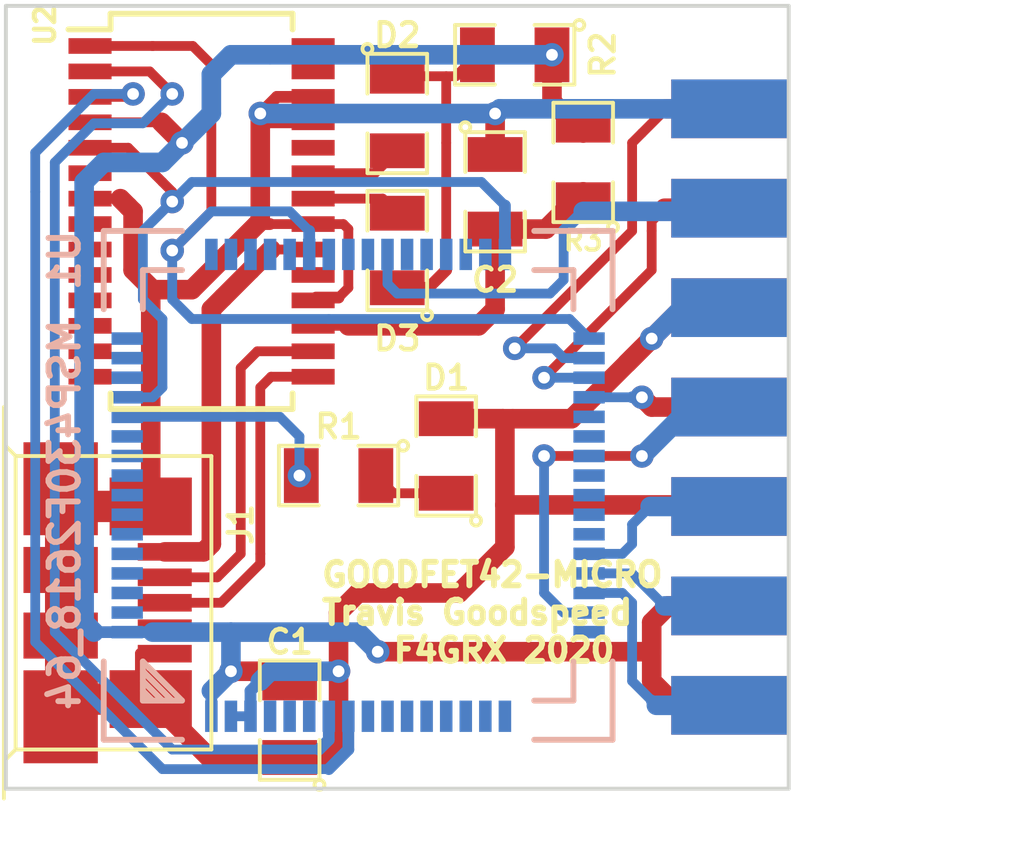
<source format=kicad_pcb>
(kicad_pcb (version 20171130) (host pcbnew "(5.1.5)-3")

  (general
    (thickness 1.6)
    (drawings 7)
    (tracks 274)
    (zones 0)
    (modules 12)
    (nets 82)
  )

  (page A4)
  (layers
    (0 F.Cu signal)
    (31 B.Cu signal)
    (32 B.Adhes user)
    (33 F.Adhes user)
    (34 B.Paste user)
    (35 F.Paste user)
    (36 B.SilkS user)
    (37 F.SilkS user)
    (38 B.Mask user)
    (39 F.Mask user)
    (40 Dwgs.User user)
    (41 Cmts.User user)
    (42 Eco1.User user)
    (43 Eco2.User user)
    (44 Edge.Cuts user)
    (45 Margin user)
    (46 B.CrtYd user)
    (47 F.CrtYd user)
    (48 B.Fab user)
    (49 F.Fab user)
  )

  (setup
    (last_trace_width 0.254)
    (user_trace_width 0.25)
    (user_trace_width 0.3)
    (user_trace_width 0.5)
    (user_trace_width 0.8)
    (user_trace_width 1)
    (trace_clearance 0.1)
    (zone_clearance 0.508)
    (zone_45_only no)
    (trace_min 0.25)
    (via_size 0.889)
    (via_drill 0.635)
    (via_min_size 0.6)
    (via_min_drill 0.3)
    (user_via 0.6 0.3)
    (user_via 0.8 0.5)
    (uvia_size 0.508)
    (uvia_drill 0.127)
    (uvias_allowed no)
    (uvia_min_size 0.508)
    (uvia_min_drill 0.127)
    (edge_width 0.1)
    (segment_width 0.2)
    (pcb_text_width 0.3)
    (pcb_text_size 1.5 1.5)
    (mod_edge_width 0.15)
    (mod_text_size 1 1)
    (mod_text_width 0.15)
    (pad_size 1.30048 0.32)
    (pad_drill 0)
    (pad_to_mask_clearance 0)
    (aux_axis_origin 21 44)
    (visible_elements 7FFFFF7F)
    (pcbplotparams
      (layerselection 0x00030_80000001)
      (usegerberextensions false)
      (usegerberattributes false)
      (usegerberadvancedattributes false)
      (creategerberjobfile false)
      (excludeedgelayer true)
      (linewidth 0.100000)
      (plotframeref false)
      (viasonmask false)
      (mode 1)
      (useauxorigin false)
      (hpglpennumber 1)
      (hpglpenspeed 20)
      (hpglpendiameter 15.000000)
      (psnegative false)
      (psa4output false)
      (plotreference true)
      (plotvalue true)
      (plotinvisibletext false)
      (padsonsilk false)
      (subtractmaskfromsilk false)
      (outputformat 1)
      (mirror false)
      (drillshape 1)
      (scaleselection 1)
      (outputdirectory ""))
  )

  (net 0 "")
  (net 1 GND)
  (net 2 /VCC)
  (net 3 /3V3OUT)
  (net 4 "Net-(D1-Pad1)")
  (net 5 /LED)
  (net 6 "Net-(D2-Pad1)")
  (net 7 /BSL_PCOUTMCUIN)
  (net 8 /BSL_RST)
  (net 9 /BSL_TCK)
  (net 10 /BSL_PCINMCUOUT)
  (net 11 "Net-(U2-Pad6)")
  (net 12 "Net-(U2-Pad8)")
  (net 13 "Net-(U2-Pad9)")
  (net 14 "Net-(U2-Pad10)")
  (net 15 "Net-(U2-Pad11)")
  (net 16 "Net-(U2-Pad12)")
  (net 17 "Net-(U2-Pad13)")
  (net 18 "Net-(U2-Pad14)")
  (net 19 "Net-(U2-Pad19)")
  (net 20 /VBUS)
  (net 21 /RXLED)
  (net 22 /TXLED)
  (net 23 "Net-(U2-Pad24)")
  (net 24 "Net-(U2-Pad27)")
  (net 25 "Net-(U2-Pad28)")
  (net 26 "Net-(J1-Pad4)")
  (net 27 /TCK)
  (net 28 /TMS)
  (net 29 /TDI)
  (net 30 /TDO)
  (net 31 /~RST~)
  (net 32 /TST)
  (net 33 /RXIN)
  (net 34 /TXOUT)
  (net 35 "Net-(U1-Pad2)")
  (net 36 "Net-(U1-Pad3)")
  (net 37 "Net-(U1-Pad4)")
  (net 38 "Net-(U1-Pad5)")
  (net 39 "Net-(U1-Pad6)")
  (net 40 "Net-(U1-Pad7)")
  (net 41 "Net-(U1-Pad8)")
  (net 42 "Net-(U1-Pad9)")
  (net 43 "Net-(U1-Pad10)")
  (net 44 "Net-(U1-Pad11)")
  (net 45 "Net-(U1-Pad14)")
  (net 46 "Net-(U1-Pad15)")
  (net 47 "Net-(U1-Pad16)")
  (net 48 "Net-(U1-Pad17)")
  (net 49 "Net-(U1-Pad18)")
  (net 50 "Net-(U1-Pad19)")
  (net 51 "Net-(U1-Pad20)")
  (net 52 "Net-(U1-Pad21)")
  (net 53 "Net-(U1-Pad23)")
  (net 54 "Net-(U1-Pad24)")
  (net 55 "Net-(U1-Pad25)")
  (net 56 "Net-(U1-Pad27)")
  (net 57 "Net-(U1-Pad28)")
  (net 58 "Net-(U1-Pad29)")
  (net 59 "Net-(U1-Pad30)")
  (net 60 "Net-(U1-Pad31)")
  (net 61 "Net-(U1-Pad37)")
  (net 62 "Net-(U1-Pad38)")
  (net 63 "Net-(U1-Pad39)")
  (net 64 "Net-(U1-Pad40)")
  (net 65 "Net-(U1-Pad41)")
  (net 66 "Net-(U1-Pad42)")
  (net 67 "Net-(U1-Pad43)")
  (net 68 "Net-(U1-Pad48)")
  (net 69 "Net-(U1-Pad49)")
  (net 70 "Net-(U1-Pad50)")
  (net 71 "Net-(U1-Pad51)")
  (net 72 "Net-(U1-Pad52)")
  (net 73 "Net-(U1-Pad53)")
  (net 74 "Net-(U1-Pad54)")
  (net 75 "Net-(U1-Pad55)")
  (net 76 "Net-(U1-Pad56)")
  (net 77 "Net-(U1-Pad59)")
  (net 78 "Net-(U1-Pad60)")
  (net 79 "Net-(U1-Pad61)")
  (net 80 /USBDP)
  (net 81 /USBDM)

  (net_class Default "Ceci est la Netclass par défaut"
    (clearance 0.1)
    (trace_width 0.254)
    (via_dia 0.889)
    (via_drill 0.635)
    (uvia_dia 0.508)
    (uvia_drill 0.127)
    (diff_pair_width 0.25)
    (diff_pair_gap 0.25)
    (add_net /3V3OUT)
    (add_net /BSL_PCINMCUOUT)
    (add_net /BSL_PCOUTMCUIN)
    (add_net /BSL_RST)
    (add_net /BSL_TCK)
    (add_net /LED)
    (add_net /RXIN)
    (add_net /RXLED)
    (add_net /TCK)
    (add_net /TDI)
    (add_net /TDO)
    (add_net /TMS)
    (add_net /TST)
    (add_net /TXLED)
    (add_net /TXOUT)
    (add_net /USBDM)
    (add_net /USBDP)
    (add_net /VBUS)
    (add_net /VCC)
    (add_net /~RST~)
    (add_net GND)
    (add_net "Net-(D1-Pad1)")
    (add_net "Net-(D2-Pad1)")
    (add_net "Net-(J1-Pad4)")
    (add_net "Net-(U1-Pad10)")
    (add_net "Net-(U1-Pad11)")
    (add_net "Net-(U1-Pad14)")
    (add_net "Net-(U1-Pad15)")
    (add_net "Net-(U1-Pad16)")
    (add_net "Net-(U1-Pad17)")
    (add_net "Net-(U1-Pad18)")
    (add_net "Net-(U1-Pad19)")
    (add_net "Net-(U1-Pad2)")
    (add_net "Net-(U1-Pad20)")
    (add_net "Net-(U1-Pad21)")
    (add_net "Net-(U1-Pad23)")
    (add_net "Net-(U1-Pad24)")
    (add_net "Net-(U1-Pad25)")
    (add_net "Net-(U1-Pad27)")
    (add_net "Net-(U1-Pad28)")
    (add_net "Net-(U1-Pad29)")
    (add_net "Net-(U1-Pad3)")
    (add_net "Net-(U1-Pad30)")
    (add_net "Net-(U1-Pad31)")
    (add_net "Net-(U1-Pad37)")
    (add_net "Net-(U1-Pad38)")
    (add_net "Net-(U1-Pad39)")
    (add_net "Net-(U1-Pad4)")
    (add_net "Net-(U1-Pad40)")
    (add_net "Net-(U1-Pad41)")
    (add_net "Net-(U1-Pad42)")
    (add_net "Net-(U1-Pad43)")
    (add_net "Net-(U1-Pad48)")
    (add_net "Net-(U1-Pad49)")
    (add_net "Net-(U1-Pad5)")
    (add_net "Net-(U1-Pad50)")
    (add_net "Net-(U1-Pad51)")
    (add_net "Net-(U1-Pad52)")
    (add_net "Net-(U1-Pad53)")
    (add_net "Net-(U1-Pad54)")
    (add_net "Net-(U1-Pad55)")
    (add_net "Net-(U1-Pad56)")
    (add_net "Net-(U1-Pad59)")
    (add_net "Net-(U1-Pad6)")
    (add_net "Net-(U1-Pad60)")
    (add_net "Net-(U1-Pad61)")
    (add_net "Net-(U1-Pad7)")
    (add_net "Net-(U1-Pad8)")
    (add_net "Net-(U1-Pad9)")
    (add_net "Net-(U2-Pad10)")
    (add_net "Net-(U2-Pad11)")
    (add_net "Net-(U2-Pad12)")
    (add_net "Net-(U2-Pad13)")
    (add_net "Net-(U2-Pad14)")
    (add_net "Net-(U2-Pad19)")
    (add_net "Net-(U2-Pad24)")
    (add_net "Net-(U2-Pad27)")
    (add_net "Net-(U2-Pad28)")
    (add_net "Net-(U2-Pad6)")
    (add_net "Net-(U2-Pad8)")
    (add_net "Net-(U2-Pad9)")
  )

  (module USB_MICROB_MOLEX (layer F.Cu) (tedit 5E2EBA7F) (tstamp 54243E19)
    (at 25.75 39.25 270)
    (descr "MICRO USB B SOCKET (MOLEX)")
    (path /5423EDEE)
    (clearance 0.09906)
    (fp_text reference J1 (at -2 -1.25 270) (layer F.SilkS)
      (effects (font (size 0.6 0.6) (thickness 0.12)))
    )
    (fp_text value USB_MICROB (at 0 6 270) (layer F.SilkS) hide
      (effects (font (size 0.75 0.75) (thickness 0.1875)))
    )
    (fp_line (start -3.74904 4.50088) (end -4.0005 4.7498) (layer F.SilkS) (width 0.09906))
    (fp_line (start 3.74904 4.50088) (end 4.0005 4.7498) (layer F.SilkS) (width 0.09906))
    (fp_line (start -3.74904 4.50088) (end -3.74904 -0.50038) (layer F.SilkS) (width 0.09906))
    (fp_line (start -3.74904 -0.50038) (end 3.74904 -0.50038) (layer F.SilkS) (width 0.09906))
    (fp_line (start 3.74904 -0.50038) (end 3.74904 4.50088) (layer F.SilkS) (width 0.09906))
    (fp_line (start -3.74904 4.50088) (end 3.74904 4.50088) (layer F.SilkS) (width 0.09906))
    (fp_line (start -5.00126 4.8006) (end 5.00126 4.8006) (layer F.SilkS) (width 0.09906))
    (pad 3 smd rect (at 0 0.69088 270) (size 0.44958 1.37922) (layers F.Cu F.Paste F.Mask)
      (net 80 /USBDP))
    (pad 2 smd rect (at -0.65024 0.69088 270) (size 0.44958 1.37922) (layers F.Cu F.Paste F.Mask)
      (net 81 /USBDM))
    (pad 1 smd rect (at -1.30048 0.69088 270) (size 0.44958 1.37922) (layers F.Cu F.Paste F.Mask)
      (net 20 /VBUS))
    (pad 4 smd rect (at 0.65024 0.69088 270) (size 0.44958 1.37922) (layers F.Cu F.Paste F.Mask)
      (net 26 "Net-(J1-Pad4)"))
    (pad 5 smd rect (at 1.30048 0.69088 270) (size 0.44958 1.37922) (layers F.Cu F.Paste F.Mask)
      (net 1 GND))
    (pad 6 smd rect (at -2.46126 1.04902 270) (size 1.47574 2.10058) (layers F.Cu F.Paste F.Mask)
      (net 1 GND))
    (pad 6 smd rect (at 2.46126 1.04902 270) (size 1.47574 2.10058) (layers F.Cu F.Paste F.Mask)
      (net 1 GND))
    (pad 6 smd rect (at 2.91338 3.35026 270) (size 2.3749 1.89992) (layers F.Cu F.Paste F.Mask)
      (net 1 GND))
    (pad 6 smd rect (at -2.91338 3.35026 270) (size 2.3749 1.89992) (layers F.Cu F.Paste F.Mask)
      (net 1 GND))
    (pad 6 smd rect (at -0.8382 3.35026 270) (size 1.17602 1.89992) (layers F.Cu F.Paste F.Mask)
      (net 1 GND))
    (pad 6 smd rect (at 0.8382 3.35026 270) (size 1.17602 1.89992) (layers F.Cu F.Paste F.Mask)
      (net 1 GND))
  )

  (module microgdfet:PIN_ARRAY_7X2_SIDE (layer B.Cu) (tedit 5E2EB953) (tstamp 54244949)
    (at 39.5 34.25 90)
    (path /54241CE2)
    (fp_text reference P1 (at 10 0 180) (layer B.SilkS) hide
      (effects (font (size 1 1) (thickness 0.15)) (justify mirror))
    )
    (fp_text value CONN_2x7 (at 0 0 90) (layer B.SilkS) hide
      (effects (font (size 1 1) (thickness 0.15)) (justify mirror))
    )
    (pad 7 smd rect (at 0 0 90) (size 1.5 3) (layers B.Cu B.Paste B.Mask)
      (net 27 /TCK))
    (pad 5 smd rect (at -2.54 0 90) (size 1.5 3) (layers B.Cu B.Paste B.Mask)
      (net 28 /TMS))
    (pad 3 smd rect (at -5.08 0 90) (size 1.5 3) (layers B.Cu B.Paste B.Mask)
      (net 29 /TDI))
    (pad 1 smd rect (at -7.62 0 90) (size 1.5 3) (layers B.Cu B.Paste B.Mask)
      (net 30 /TDO))
    (pad 9 smd rect (at 2.54 0 90) (size 1.5 3) (layers B.Cu B.Paste B.Mask)
      (net 1 GND))
    (pad 11 smd rect (at 5.08 0 90) (size 1.5 3) (layers B.Cu B.Paste B.Mask)
      (net 31 /~RST~))
    (pad 13 smd rect (at 7.62 0 90) (size 1.5 3) (layers B.Cu B.Paste B.Mask)
      (net 1 GND))
    (pad 2 smd rect (at -7.62 0 90) (size 1.5 3) (layers F.Cu F.Paste F.Mask)
      (net 2 /VCC))
    (pad 4 smd rect (at -5.08 0 90) (size 1.5 3) (layers F.Cu F.Paste F.Mask)
      (net 2 /VCC))
    (pad 6 smd rect (at -2.54 0 90) (size 1.5 3) (layers F.Cu F.Paste F.Mask)
      (net 1 GND))
    (pad 8 smd rect (at 0 0 90) (size 1.5 3) (layers F.Cu F.Paste F.Mask)
      (net 32 /TST))
    (pad 10 smd rect (at 2.54 0 90) (size 1.5 3) (layers F.Cu F.Paste F.Mask)
      (net 1 GND))
    (pad 12 smd rect (at 5.08 0 90) (size 1.5 3) (layers F.Cu F.Paste F.Mask)
      (net 33 /RXIN))
    (pad 14 smd rect (at 7.62 0 90) (size 1.5 3) (layers F.Cu F.Paste F.Mask)
      (net 34 /TXOUT))
  )

  (module microgdfet:0805 (layer F.Cu) (tedit 53DFD474) (tstamp 5E3D2716)
    (at 28.25 42.25 90)
    (path /5424365B)
    (attr smd)
    (fp_text reference C1 (at 2 0 180) (layer F.SilkS)
      (effects (font (size 0.6 0.6) (thickness 0.12)))
    )
    (fp_text value 100n (at 0 0.381 90) (layer F.SilkS) hide
      (effects (font (size 0.50038 0.50038) (thickness 0.10922)))
    )
    (fp_circle (center -1.651 0.762) (end -1.651 0.635) (layer F.SilkS) (width 0.09906))
    (fp_line (start -0.508 0.762) (end -1.524 0.762) (layer F.SilkS) (width 0.09906))
    (fp_line (start -1.524 0.762) (end -1.524 -0.762) (layer F.SilkS) (width 0.09906))
    (fp_line (start -1.524 -0.762) (end -0.508 -0.762) (layer F.SilkS) (width 0.09906))
    (fp_line (start 0.508 -0.762) (end 1.524 -0.762) (layer F.SilkS) (width 0.09906))
    (fp_line (start 1.524 -0.762) (end 1.524 0.762) (layer F.SilkS) (width 0.09906))
    (fp_line (start 1.524 0.762) (end 0.508 0.762) (layer F.SilkS) (width 0.09906))
    (pad 1 smd rect (at -0.9525 0 90) (size 0.889 1.397) (layers F.Cu F.Paste F.Mask)
      (net 1 GND))
    (pad 2 smd rect (at 0.9525 0 90) (size 0.889 1.397) (layers F.Cu F.Paste F.Mask)
      (net 2 /VCC))
    (model smd/chip_cms.wrl
      (at (xyz 0 0 0))
      (scale (xyz 0.1 0.1 0.1))
      (rotate (xyz 0 0 0))
    )
  )

  (module microgdfet:0805 (layer F.Cu) (tedit 53DFD474) (tstamp 5E3D2722)
    (at 33.5 28.75 270)
    (path /542457A2)
    (attr smd)
    (fp_text reference C2 (at 2.25 0) (layer F.SilkS)
      (effects (font (size 0.6 0.6) (thickness 0.12)))
    )
    (fp_text value 100n (at 0 0.381 270) (layer F.SilkS) hide
      (effects (font (size 0.50038 0.50038) (thickness 0.10922)))
    )
    (fp_line (start 1.524 0.762) (end 0.508 0.762) (layer F.SilkS) (width 0.09906))
    (fp_line (start 1.524 -0.762) (end 1.524 0.762) (layer F.SilkS) (width 0.09906))
    (fp_line (start 0.508 -0.762) (end 1.524 -0.762) (layer F.SilkS) (width 0.09906))
    (fp_line (start -1.524 -0.762) (end -0.508 -0.762) (layer F.SilkS) (width 0.09906))
    (fp_line (start -1.524 0.762) (end -1.524 -0.762) (layer F.SilkS) (width 0.09906))
    (fp_line (start -0.508 0.762) (end -1.524 0.762) (layer F.SilkS) (width 0.09906))
    (fp_circle (center -1.651 0.762) (end -1.651 0.635) (layer F.SilkS) (width 0.09906))
    (pad 2 smd rect (at 0.9525 0 270) (size 0.889 1.397) (layers F.Cu F.Paste F.Mask)
      (net 3 /3V3OUT))
    (pad 1 smd rect (at -0.9525 0 270) (size 0.889 1.397) (layers F.Cu F.Paste F.Mask)
      (net 1 GND))
    (model smd/chip_cms.wrl
      (at (xyz 0 0 0))
      (scale (xyz 0.1 0.1 0.1))
      (rotate (xyz 0 0 0))
    )
  )

  (module microgdfet:0805 (layer F.Cu) (tedit 53DFD474) (tstamp 5E3D272E)
    (at 32.25 35.5 90)
    (path /54244E8C)
    (attr smd)
    (fp_text reference D1 (at 2 0 180) (layer F.SilkS)
      (effects (font (size 0.6 0.6) (thickness 0.12)))
    )
    (fp_text value LED (at 0 0.381 270) (layer F.SilkS) hide
      (effects (font (size 0.50038 0.50038) (thickness 0.10922)))
    )
    (fp_line (start 1.524 0.762) (end 0.508 0.762) (layer F.SilkS) (width 0.09906))
    (fp_line (start 1.524 -0.762) (end 1.524 0.762) (layer F.SilkS) (width 0.09906))
    (fp_line (start 0.508 -0.762) (end 1.524 -0.762) (layer F.SilkS) (width 0.09906))
    (fp_line (start -1.524 -0.762) (end -0.508 -0.762) (layer F.SilkS) (width 0.09906))
    (fp_line (start -1.524 0.762) (end -1.524 -0.762) (layer F.SilkS) (width 0.09906))
    (fp_line (start -0.508 0.762) (end -1.524 0.762) (layer F.SilkS) (width 0.09906))
    (fp_circle (center -1.651 0.762) (end -1.651 0.635) (layer F.SilkS) (width 0.09906))
    (pad 2 smd rect (at 0.9525 0 90) (size 0.889 1.397) (layers F.Cu F.Paste F.Mask)
      (net 1 GND))
    (pad 1 smd rect (at -0.9525 0 90) (size 0.889 1.397) (layers F.Cu F.Paste F.Mask)
      (net 4 "Net-(D1-Pad1)"))
    (model smd/chip_cms.wrl
      (at (xyz 0 0 0))
      (scale (xyz 0.1 0.1 0.1))
      (rotate (xyz 0 0 0))
    )
  )

  (module microgdfet:0805 (layer F.Cu) (tedit 53DFD474) (tstamp 5E3D273A)
    (at 31 26.75 270)
    (path /54244699)
    (attr smd)
    (fp_text reference D2 (at -2 0) (layer F.SilkS)
      (effects (font (size 0.6 0.6) (thickness 0.12)))
    )
    (fp_text value LED (at 0 0.381 270) (layer F.SilkS) hide
      (effects (font (size 0.50038 0.50038) (thickness 0.10922)))
    )
    (fp_line (start 1.524 0.762) (end 0.508 0.762) (layer F.SilkS) (width 0.09906))
    (fp_line (start 1.524 -0.762) (end 1.524 0.762) (layer F.SilkS) (width 0.09906))
    (fp_line (start 0.508 -0.762) (end 1.524 -0.762) (layer F.SilkS) (width 0.09906))
    (fp_line (start -1.524 -0.762) (end -0.508 -0.762) (layer F.SilkS) (width 0.09906))
    (fp_line (start -1.524 0.762) (end -1.524 -0.762) (layer F.SilkS) (width 0.09906))
    (fp_line (start -0.508 0.762) (end -1.524 0.762) (layer F.SilkS) (width 0.09906))
    (fp_circle (center -1.651 0.762) (end -1.651 0.635) (layer F.SilkS) (width 0.09906))
    (pad 2 smd rect (at 0.9525 0 270) (size 0.889 1.397) (layers F.Cu F.Paste F.Mask)
      (net 22 /TXLED))
    (pad 1 smd rect (at -0.9525 0 270) (size 0.889 1.397) (layers F.Cu F.Paste F.Mask)
      (net 6 "Net-(D2-Pad1)"))
    (model smd/chip_cms.wrl
      (at (xyz 0 0 0))
      (scale (xyz 0.1 0.1 0.1))
      (rotate (xyz 0 0 0))
    )
  )

  (module microgdfet:0805 (layer F.Cu) (tedit 53DFD474) (tstamp 5E3D2746)
    (at 31 30.25 90)
    (path /54244704)
    (attr smd)
    (fp_text reference D3 (at -2.25 0 180) (layer F.SilkS)
      (effects (font (size 0.6 0.6) (thickness 0.12)))
    )
    (fp_text value LED (at 0 0.381 90) (layer F.SilkS) hide
      (effects (font (size 0.50038 0.50038) (thickness 0.10922)))
    )
    (fp_circle (center -1.651 0.762) (end -1.651 0.635) (layer F.SilkS) (width 0.09906))
    (fp_line (start -0.508 0.762) (end -1.524 0.762) (layer F.SilkS) (width 0.09906))
    (fp_line (start -1.524 0.762) (end -1.524 -0.762) (layer F.SilkS) (width 0.09906))
    (fp_line (start -1.524 -0.762) (end -0.508 -0.762) (layer F.SilkS) (width 0.09906))
    (fp_line (start 0.508 -0.762) (end 1.524 -0.762) (layer F.SilkS) (width 0.09906))
    (fp_line (start 1.524 -0.762) (end 1.524 0.762) (layer F.SilkS) (width 0.09906))
    (fp_line (start 1.524 0.762) (end 0.508 0.762) (layer F.SilkS) (width 0.09906))
    (pad 1 smd rect (at -0.9525 0 90) (size 0.889 1.397) (layers F.Cu F.Paste F.Mask)
      (net 6 "Net-(D2-Pad1)"))
    (pad 2 smd rect (at 0.9525 0 90) (size 0.889 1.397) (layers F.Cu F.Paste F.Mask)
      (net 21 /RXLED))
    (model smd/chip_cms.wrl
      (at (xyz 0 0 0))
      (scale (xyz 0.1 0.1 0.1))
      (rotate (xyz 0 0 0))
    )
  )

  (module microgdfet:0805 (layer F.Cu) (tedit 53DFD474) (tstamp 5E3D2752)
    (at 29.5 36 180)
    (path /54244DAC)
    (attr smd)
    (fp_text reference R1 (at 0 1.25) (layer F.SilkS)
      (effects (font (size 0.6 0.6) (thickness 0.12)))
    )
    (fp_text value 330 (at 0 0.381 180) (layer F.SilkS) hide
      (effects (font (size 0.50038 0.50038) (thickness 0.10922)))
    )
    (fp_circle (center -1.651 0.762) (end -1.651 0.635) (layer F.SilkS) (width 0.09906))
    (fp_line (start -0.508 0.762) (end -1.524 0.762) (layer F.SilkS) (width 0.09906))
    (fp_line (start -1.524 0.762) (end -1.524 -0.762) (layer F.SilkS) (width 0.09906))
    (fp_line (start -1.524 -0.762) (end -0.508 -0.762) (layer F.SilkS) (width 0.09906))
    (fp_line (start 0.508 -0.762) (end 1.524 -0.762) (layer F.SilkS) (width 0.09906))
    (fp_line (start 1.524 -0.762) (end 1.524 0.762) (layer F.SilkS) (width 0.09906))
    (fp_line (start 1.524 0.762) (end 0.508 0.762) (layer F.SilkS) (width 0.09906))
    (pad 1 smd rect (at -0.9525 0 180) (size 0.889 1.397) (layers F.Cu F.Paste F.Mask)
      (net 4 "Net-(D1-Pad1)"))
    (pad 2 smd rect (at 0.9525 0 180) (size 0.889 1.397) (layers F.Cu F.Paste F.Mask)
      (net 5 /LED))
    (model smd/chip_cms.wrl
      (at (xyz 0 0 0))
      (scale (xyz 0.1 0.1 0.1))
      (rotate (xyz 0 0 0))
    )
  )

  (module microgdfet:0805 (layer F.Cu) (tedit 53DFD474) (tstamp 5E3D275E)
    (at 34 25.25 180)
    (path /542448AC)
    (attr smd)
    (fp_text reference R2 (at -2.25 0 270) (layer F.SilkS)
      (effects (font (size 0.6 0.6) (thickness 0.12)))
    )
    (fp_text value 330 (at 0 0.381 180) (layer F.SilkS) hide
      (effects (font (size 0.50038 0.50038) (thickness 0.10922)))
    )
    (fp_line (start 1.524 0.762) (end 0.508 0.762) (layer F.SilkS) (width 0.09906))
    (fp_line (start 1.524 -0.762) (end 1.524 0.762) (layer F.SilkS) (width 0.09906))
    (fp_line (start 0.508 -0.762) (end 1.524 -0.762) (layer F.SilkS) (width 0.09906))
    (fp_line (start -1.524 -0.762) (end -0.508 -0.762) (layer F.SilkS) (width 0.09906))
    (fp_line (start -1.524 0.762) (end -1.524 -0.762) (layer F.SilkS) (width 0.09906))
    (fp_line (start -0.508 0.762) (end -1.524 0.762) (layer F.SilkS) (width 0.09906))
    (fp_circle (center -1.651 0.762) (end -1.651 0.635) (layer F.SilkS) (width 0.09906))
    (pad 2 smd rect (at 0.9525 0 180) (size 0.889 1.397) (layers F.Cu F.Paste F.Mask)
      (net 6 "Net-(D2-Pad1)"))
    (pad 1 smd rect (at -0.9525 0 180) (size 0.889 1.397) (layers F.Cu F.Paste F.Mask)
      (net 2 /VCC))
    (model smd/chip_cms.wrl
      (at (xyz 0 0 0))
      (scale (xyz 0.1 0.1 0.1))
      (rotate (xyz 0 0 0))
    )
  )

  (module microgdfet:0805 (layer F.Cu) (tedit 5E3D1CD6) (tstamp 5E3D276A)
    (at 35.75 28 90)
    (path /54245925)
    (attr smd)
    (fp_text reference R3 (at -2 0 180) (layer F.SilkS)
      (effects (font (size 0.50038 0.50038) (thickness 0.10922)))
    )
    (fp_text value 0R (at 0 0.381 90) (layer F.SilkS) hide
      (effects (font (size 0.50038 0.50038) (thickness 0.10922)))
    )
    (fp_circle (center -1.651 0.762) (end -1.651 0.635) (layer F.SilkS) (width 0.09906))
    (fp_line (start -0.508 0.762) (end -1.524 0.762) (layer F.SilkS) (width 0.09906))
    (fp_line (start -1.524 0.762) (end -1.524 -0.762) (layer F.SilkS) (width 0.09906))
    (fp_line (start -1.524 -0.762) (end -0.508 -0.762) (layer F.SilkS) (width 0.09906))
    (fp_line (start 0.508 -0.762) (end 1.524 -0.762) (layer F.SilkS) (width 0.09906))
    (fp_line (start 1.524 -0.762) (end 1.524 0.762) (layer F.SilkS) (width 0.09906))
    (fp_line (start 1.524 0.762) (end 0.508 0.762) (layer F.SilkS) (width 0.09906))
    (pad 1 smd rect (at -0.9525 0 90) (size 0.889 1.397) (layers F.Cu F.Paste F.Mask)
      (net 3 /3V3OUT))
    (pad 2 smd rect (at 0.9525 0 90) (size 0.889 1.397) (layers F.Cu F.Paste F.Mask)
      (net 2 /VCC))
    (model smd/chip_cms.wrl
      (at (xyz 0 0 0))
      (scale (xyz 0.1 0.1 0.1))
      (rotate (xyz 0 0 0))
    )
  )

  (module microgdfet:TQFP64 (layer B.Cu) (tedit 5424268A) (tstamp 5E3D2776)
    (at 30 36.25 90)
    (descr "TQFP-64 0.8mm pitch")
    (path /54240B41)
    (clearance 0.085)
    (attr smd)
    (fp_text reference U1 (at 5.75 -7.5 90) (layer B.SilkS)
      (effects (font (size 0.7493 0.7493) (thickness 0.14986)) (justify mirror))
    )
    (fp_text value MSP430F2618_64 (at -0.75 -7.5 90) (layer B.SilkS)
      (effects (font (size 0.7493 0.7493) (thickness 0.14986)) (justify mirror))
    )
    (fp_line (start -5.5 -5.25) (end -5.25 -5.5) (layer B.SilkS) (width 0.15))
    (fp_line (start -5.5 -5) (end -5 -5.5) (layer B.SilkS) (width 0.15))
    (fp_line (start -5.5 -4.75) (end -4.75 -5.5) (layer B.SilkS) (width 0.15))
    (fp_line (start -5.5 -4.5) (end -4.5 -5.5) (layer B.SilkS) (width 0.15))
    (fp_line (start -5.5 -4.5) (end -5.5 -5.5) (layer B.SilkS) (width 0.15))
    (fp_line (start -5.5 -5.5) (end -4.5 -5.5) (layer B.SilkS) (width 0.15))
    (fp_line (start 4.5 -5.5) (end 5.5 -5.5) (layer B.SilkS) (width 0.15))
    (fp_line (start 5.5 -4.5) (end 5.5 -5.5) (layer B.SilkS) (width 0.15))
    (fp_line (start 4.5 5.5) (end 5.5 5.5) (layer B.SilkS) (width 0.15))
    (fp_line (start 5.5 5.5) (end 5.5 4.5) (layer B.SilkS) (width 0.15))
    (fp_line (start -5.5 5.5) (end -4.5 5.5) (layer B.SilkS) (width 0.15))
    (fp_line (start -5.5 5.5) (end -5.5 4.5) (layer B.SilkS) (width 0.15))
    (fp_line (start -4.5 6.5) (end -6.5 6.5) (layer B.SilkS) (width 0.15))
    (fp_line (start -6.5 6.5) (end -6.5 4.5) (layer B.SilkS) (width 0.15))
    (fp_line (start 6.5 4.5) (end 6.5 6.5) (layer B.SilkS) (width 0.15))
    (fp_line (start 6.5 6.5) (end 4.5 6.5) (layer B.SilkS) (width 0.15))
    (fp_line (start 6.5 -4.5) (end 6.5 -6.5) (layer B.SilkS) (width 0.15))
    (fp_line (start 6.5 -6.5) (end 4.5 -6.5) (layer B.SilkS) (width 0.15))
    (fp_line (start -6.5 -4.5) (end -6.5 -6.5) (layer B.SilkS) (width 0.15))
    (fp_line (start -6.5 -6.5) (end -4.5 -6.5) (layer B.SilkS) (width 0.15))
    (pad 1 smd rect (at -3.75 -5.9 90) (size 0.32 0.8) (layers B.Cu B.Paste B.Mask)
      (net 2 /VCC))
    (pad 2 smd rect (at -3.25 -5.9 90) (size 0.32 0.8) (layers B.Cu B.Paste B.Mask)
      (net 35 "Net-(U1-Pad2)"))
    (pad 3 smd rect (at -2.75 -5.9 90) (size 0.32 0.8) (layers B.Cu B.Paste B.Mask)
      (net 36 "Net-(U1-Pad3)"))
    (pad 4 smd rect (at -2.25 -5.9 90) (size 0.32 0.8) (layers B.Cu B.Paste B.Mask)
      (net 37 "Net-(U1-Pad4)"))
    (pad 5 smd rect (at -1.75 -5.9 90) (size 0.32 0.8) (layers B.Cu B.Paste B.Mask)
      (net 38 "Net-(U1-Pad5)"))
    (pad 6 smd rect (at -1.25 -5.9 90) (size 0.32 0.8) (layers B.Cu B.Paste B.Mask)
      (net 39 "Net-(U1-Pad6)"))
    (pad 7 smd rect (at -0.75 -5.9 90) (size 0.32 0.8) (layers B.Cu B.Paste B.Mask)
      (net 40 "Net-(U1-Pad7)"))
    (pad 8 smd rect (at -0.25 -5.9 90) (size 0.32 0.8) (layers B.Cu B.Paste B.Mask)
      (net 41 "Net-(U1-Pad8)"))
    (pad 9 smd rect (at 0.25 -5.9 90) (size 0.32 0.8) (layers B.Cu B.Paste B.Mask)
      (net 42 "Net-(U1-Pad9)"))
    (pad 10 smd rect (at 0.75 -5.9 90) (size 0.32 0.8) (layers B.Cu B.Paste B.Mask)
      (net 43 "Net-(U1-Pad10)"))
    (pad 11 smd rect (at 1.25 -5.9 90) (size 0.32 0.8) (layers B.Cu B.Paste B.Mask)
      (net 44 "Net-(U1-Pad11)"))
    (pad 12 smd rect (at 1.75 -5.9 90) (size 0.32 0.8) (layers B.Cu B.Paste B.Mask)
      (net 5 /LED))
    (pad 13 smd rect (at 2.25 -5.9 90) (size 0.32 0.8) (layers B.Cu B.Paste B.Mask)
      (net 10 /BSL_PCINMCUOUT))
    (pad 14 smd rect (at 2.75 -5.9 90) (size 0.32 0.8) (layers B.Cu B.Paste B.Mask)
      (net 45 "Net-(U1-Pad14)"))
    (pad 15 smd rect (at 3.25 -5.9 90) (size 0.32 0.8) (layers B.Cu B.Paste B.Mask)
      (net 46 "Net-(U1-Pad15)"))
    (pad 16 smd rect (at 3.75 -5.9 90) (size 0.32 0.8) (layers B.Cu B.Paste B.Mask)
      (net 47 "Net-(U1-Pad16)"))
    (pad 17 smd rect (at 5.9 -3.75 90) (size 0.8 0.32) (layers B.Cu B.Paste B.Mask)
      (net 48 "Net-(U1-Pad17)"))
    (pad 18 smd rect (at 5.9 -3.25 90) (size 0.8 0.32) (layers B.Cu B.Paste B.Mask)
      (net 49 "Net-(U1-Pad18)"))
    (pad 19 smd rect (at 5.9 -2.75 90) (size 0.8 0.32) (layers B.Cu B.Paste B.Mask)
      (net 50 "Net-(U1-Pad19)"))
    (pad 20 smd rect (at 5.9 -2.25 90) (size 0.8 0.32) (layers B.Cu B.Paste B.Mask)
      (net 51 "Net-(U1-Pad20)"))
    (pad 21 smd rect (at 5.9 -1.75 90) (size 0.8 0.32) (layers B.Cu B.Paste B.Mask)
      (net 52 "Net-(U1-Pad21)"))
    (pad 22 smd rect (at 5.9 -1.25 90) (size 0.8 0.32) (layers B.Cu B.Paste B.Mask)
      (net 7 /BSL_PCOUTMCUIN))
    (pad 23 smd rect (at 5.9 -0.75 90) (size 0.8 0.32) (layers B.Cu B.Paste B.Mask)
      (net 53 "Net-(U1-Pad23)"))
    (pad 24 smd rect (at 5.9 -0.25 90) (size 0.8 0.32) (layers B.Cu B.Paste B.Mask)
      (net 54 "Net-(U1-Pad24)"))
    (pad 25 smd rect (at 5.9 0.25 90) (size 0.8 0.32) (layers B.Cu B.Paste B.Mask)
      (net 55 "Net-(U1-Pad25)"))
    (pad 26 smd rect (at 5.9 0.75 90) (size 0.8 0.32) (layers B.Cu B.Paste B.Mask)
      (net 31 /~RST~))
    (pad 27 smd rect (at 5.9 1.25 90) (size 0.8 0.32) (layers B.Cu B.Paste B.Mask)
      (net 56 "Net-(U1-Pad27)"))
    (pad 28 smd rect (at 5.9 1.75 90) (size 0.8 0.32) (layers B.Cu B.Paste B.Mask)
      (net 57 "Net-(U1-Pad28)"))
    (pad 29 smd rect (at 5.9 2.25 90) (size 0.8 0.32) (layers B.Cu B.Paste B.Mask)
      (net 58 "Net-(U1-Pad29)"))
    (pad 30 smd rect (at 5.9 2.75 90) (size 0.8 0.32) (layers B.Cu B.Paste B.Mask)
      (net 59 "Net-(U1-Pad30)"))
    (pad 31 smd rect (at 5.9 3.25 90) (size 0.8 0.32) (layers B.Cu B.Paste B.Mask)
      (net 60 "Net-(U1-Pad31)"))
    (pad 32 smd rect (at 5.9 3.75 90) (size 0.8 0.32) (layers B.Cu B.Paste B.Mask)
      (net 10 /BSL_PCINMCUOUT))
    (pad 33 smd rect (at 3.75 5.9 90) (size 0.32 0.8) (layers B.Cu B.Paste B.Mask)
      (net 7 /BSL_PCOUTMCUIN))
    (pad 34 smd rect (at 3.25 5.9 90) (size 0.32 0.8) (layers B.Cu B.Paste B.Mask)
      (net 34 /TXOUT))
    (pad 35 smd rect (at 2.75 5.9 90) (size 0.32 0.8) (layers B.Cu B.Paste B.Mask)
      (net 33 /RXIN))
    (pad 36 smd rect (at 2.25 5.9 90) (size 0.32 0.8) (layers B.Cu B.Paste B.Mask)
      (net 32 /TST))
    (pad 37 smd rect (at 1.75 5.9 90) (size 0.32 0.8) (layers B.Cu B.Paste B.Mask)
      (net 61 "Net-(U1-Pad37)"))
    (pad 38 smd rect (at 1.25 5.9 90) (size 0.32 0.8) (layers B.Cu B.Paste B.Mask)
      (net 62 "Net-(U1-Pad38)"))
    (pad 39 smd rect (at 0.75 5.9 90) (size 0.32 0.8) (layers B.Cu B.Paste B.Mask)
      (net 63 "Net-(U1-Pad39)"))
    (pad 40 smd rect (at 0.25 5.9 90) (size 0.32 0.8) (layers B.Cu B.Paste B.Mask)
      (net 64 "Net-(U1-Pad40)"))
    (pad 41 smd rect (at -0.25 5.9 90) (size 0.32 0.8) (layers B.Cu B.Paste B.Mask)
      (net 65 "Net-(U1-Pad41)"))
    (pad 42 smd rect (at -0.75 5.9 90) (size 0.32 0.8) (layers B.Cu B.Paste B.Mask)
      (net 66 "Net-(U1-Pad42)"))
    (pad 43 smd rect (at -1.25 5.9 90) (size 0.32 0.8) (layers B.Cu B.Paste B.Mask)
      (net 67 "Net-(U1-Pad43)"))
    (pad 44 smd rect (at -1.75 5.9 90) (size 0.32 0.8) (layers B.Cu B.Paste B.Mask)
      (net 28 /TMS))
    (pad 45 smd rect (at -2.25 5.9 90) (size 0.32 0.8) (layers B.Cu B.Paste B.Mask)
      (net 29 /TDI))
    (pad 46 smd rect (at -2.75 5.9 90) (size 0.32 0.8) (layers B.Cu B.Paste B.Mask)
      (net 30 /TDO))
    (pad 47 smd rect (at -3.25 5.9 90) (size 0.32 0.8) (layers B.Cu B.Paste B.Mask)
      (net 27 /TCK))
    (pad 48 smd rect (at -3.75 5.9 90) (size 0.32 0.8) (layers B.Cu B.Paste B.Mask)
      (net 68 "Net-(U1-Pad48)"))
    (pad 49 smd rect (at -5.9 3.75 90) (size 0.8 0.32) (layers B.Cu B.Paste B.Mask)
      (net 69 "Net-(U1-Pad49)"))
    (pad 50 smd rect (at -5.9 3.25 90) (size 0.8 0.32) (layers B.Cu B.Paste B.Mask)
      (net 70 "Net-(U1-Pad50)"))
    (pad 51 smd rect (at -5.9 2.75 90) (size 0.8 0.32) (layers B.Cu B.Paste B.Mask)
      (net 71 "Net-(U1-Pad51)"))
    (pad 52 smd rect (at -5.9 2.25 90) (size 0.8 0.32) (layers B.Cu B.Paste B.Mask)
      (net 72 "Net-(U1-Pad52)"))
    (pad 53 smd rect (at -5.9 1.75 90) (size 0.8 0.32) (layers B.Cu B.Paste B.Mask)
      (net 73 "Net-(U1-Pad53)"))
    (pad 54 smd rect (at -5.9 1.25 90) (size 0.8 0.32) (layers B.Cu B.Paste B.Mask)
      (net 74 "Net-(U1-Pad54)"))
    (pad 55 smd rect (at -5.9 0.75 90) (size 0.8 0.32) (layers B.Cu B.Paste B.Mask)
      (net 75 "Net-(U1-Pad55)"))
    (pad 56 smd rect (at -5.9 0.25 90) (size 0.8 0.32) (layers B.Cu B.Paste B.Mask)
      (net 76 "Net-(U1-Pad56)"))
    (pad 57 smd rect (at -5.9 -0.25 90) (size 0.8 0.32) (layers B.Cu B.Paste B.Mask)
      (net 9 /BSL_TCK))
    (pad 58 smd rect (at -5.9 -0.75 90) (size 0.8 0.32) (layers B.Cu B.Paste B.Mask)
      (net 8 /BSL_RST))
    (pad 59 smd rect (at -5.9 -1.25 90) (size 0.8 0.32) (layers B.Cu B.Paste B.Mask)
      (net 77 "Net-(U1-Pad59)"))
    (pad 60 smd rect (at -5.9 -1.75 90) (size 0.8 0.32) (layers B.Cu B.Paste B.Mask)
      (net 78 "Net-(U1-Pad60)"))
    (pad 61 smd rect (at -5.9 -2.25 90) (size 0.8 0.32) (layers B.Cu B.Paste B.Mask)
      (net 79 "Net-(U1-Pad61)"))
    (pad 62 smd rect (at -5.9 -2.75 90) (size 0.8 0.32) (layers B.Cu B.Paste B.Mask)
      (net 1 GND))
    (pad 63 smd rect (at -5.9 -3.25 90) (size 0.8 0.32) (layers B.Cu B.Paste B.Mask)
      (net 1 GND))
    (pad 64 smd rect (at -5.9 -3.75 90) (size 0.8 0.32) (layers B.Cu B.Paste B.Mask)
      (net 2 /VCC))
    (model smd\smd_lqfp\tqfp-64_08.wrl
      (at (xyz 0 0 0))
      (scale (xyz 1 1 1))
      (rotate (xyz 0 0 0))
    )
  )

  (module microgdfet:TSSOP28 (layer F.Cu) (tedit 54242986) (tstamp 5E3D27CD)
    (at 26 29.25)
    (descr "TSSOP28: plastic thin shrink small outline package; 28 leads; body width 4.4 mm; (see NXP SSOP-TSSOP-VSO-REFLOW.pdf and sot361-1_po.pdf)")
    (tags "SSOP 0.65")
    (path /542416AC)
    (clearance 0.125)
    (attr smd)
    (fp_text reference U2 (at -4 -4.75 90) (layer F.SilkS)
      (effects (font (size 0.5 0.5) (thickness 0.125)))
    )
    (fp_text value FT232R_SSOP (at -4 0 90) (layer F.SilkS) hide
      (effects (font (size 0.75 0.75) (thickness 0.15)))
    )
    (fp_line (start -3.65 -5.25) (end -3.65 5.25) (layer F.CrtYd) (width 0.05))
    (fp_line (start 3.65 -5.25) (end 3.65 5.25) (layer F.CrtYd) (width 0.05))
    (fp_line (start -3.65 -5.25) (end 3.65 -5.25) (layer F.CrtYd) (width 0.05))
    (fp_line (start -3.65 5.25) (end 3.65 5.25) (layer F.CrtYd) (width 0.05))
    (fp_line (start -2.325 -5.05) (end -2.325 -4.65) (layer F.SilkS) (width 0.15))
    (fp_line (start 2.325 -5.05) (end 2.325 -4.65) (layer F.SilkS) (width 0.15))
    (fp_line (start 2.325 5.05) (end 2.325 4.65) (layer F.SilkS) (width 0.15))
    (fp_line (start -2.325 5.05) (end -2.325 4.65) (layer F.SilkS) (width 0.15))
    (fp_line (start -2.325 -5.05) (end 2.325 -5.05) (layer F.SilkS) (width 0.15))
    (fp_line (start -2.325 5.05) (end 2.325 5.05) (layer F.SilkS) (width 0.15))
    (fp_line (start -2.325 -4.65) (end -3.4 -4.65) (layer F.SilkS) (width 0.15))
    (pad 1 smd rect (at -2.85 -4.225) (size 1.1 0.4) (layers F.Cu F.Paste F.Mask)
      (net 7 /BSL_PCOUTMCUIN))
    (pad 2 smd rect (at -2.85 -3.575) (size 1.1 0.4) (layers F.Cu F.Paste F.Mask)
      (net 8 /BSL_RST))
    (pad 3 smd rect (at -2.85 -2.925) (size 1.1 0.4) (layers F.Cu F.Paste F.Mask)
      (net 9 /BSL_TCK))
    (pad 4 smd rect (at -2.85 -2.275) (size 1.1 0.4) (layers F.Cu F.Paste F.Mask)
      (net 2 /VCC))
    (pad 5 smd rect (at -2.85 -1.625) (size 1.1 0.4) (layers F.Cu F.Paste F.Mask)
      (net 10 /BSL_PCINMCUOUT))
    (pad 6 smd rect (at -2.85 -0.975) (size 1.1 0.4) (layers F.Cu F.Paste F.Mask)
      (net 11 "Net-(U2-Pad6)"))
    (pad 7 smd rect (at -2.85 -0.325) (size 1.1 0.4) (layers F.Cu F.Paste F.Mask)
      (net 1 GND))
    (pad 8 smd rect (at -2.85 0.325) (size 1.1 0.4) (layers F.Cu F.Paste F.Mask)
      (net 12 "Net-(U2-Pad8)"))
    (pad 9 smd rect (at -2.85 0.975) (size 1.1 0.4) (layers F.Cu F.Paste F.Mask)
      (net 13 "Net-(U2-Pad9)"))
    (pad 10 smd rect (at -2.85 1.625) (size 1.1 0.4) (layers F.Cu F.Paste F.Mask)
      (net 14 "Net-(U2-Pad10)"))
    (pad 11 smd rect (at -2.85 2.275) (size 1.1 0.4) (layers F.Cu F.Paste F.Mask)
      (net 15 "Net-(U2-Pad11)"))
    (pad 12 smd rect (at -2.85 2.925) (size 1.1 0.4) (layers F.Cu F.Paste F.Mask)
      (net 16 "Net-(U2-Pad12)"))
    (pad 13 smd rect (at -2.85 3.575) (size 1.1 0.4) (layers F.Cu F.Paste F.Mask)
      (net 17 "Net-(U2-Pad13)"))
    (pad 14 smd rect (at -2.85 4.225) (size 1.1 0.4) (layers F.Cu F.Paste F.Mask)
      (net 18 "Net-(U2-Pad14)"))
    (pad 15 smd rect (at 2.85 4.225) (size 1.1 0.4) (layers F.Cu F.Paste F.Mask)
      (net 80 /USBDP))
    (pad 16 smd rect (at 2.85 3.575) (size 1.1 0.4) (layers F.Cu F.Paste F.Mask)
      (net 81 /USBDM))
    (pad 17 smd rect (at 2.85 2.925) (size 1.1 0.4) (layers F.Cu F.Paste F.Mask)
      (net 3 /3V3OUT))
    (pad 18 smd rect (at 2.85 2.275) (size 1.1 0.4) (layers F.Cu F.Paste F.Mask)
      (net 1 GND))
    (pad 19 smd rect (at 2.85 1.625) (size 1.1 0.4) (layers F.Cu F.Paste F.Mask)
      (net 19 "Net-(U2-Pad19)"))
    (pad 20 smd rect (at 2.85 0.975) (size 1.1 0.4) (layers F.Cu F.Paste F.Mask)
      (net 20 /VBUS))
    (pad 21 smd rect (at 2.85 0.325) (size 1.1 0.4) (layers F.Cu F.Paste F.Mask)
      (net 1 GND))
    (pad 22 smd rect (at 2.85 -0.325) (size 1.1 0.4) (layers F.Cu F.Paste F.Mask)
      (net 21 /RXLED))
    (pad 23 smd rect (at 2.85 -0.975) (size 1.1 0.4) (layers F.Cu F.Paste F.Mask)
      (net 22 /TXLED))
    (pad 24 smd rect (at 2.85 -1.625) (size 1.1 0.4) (layers F.Cu F.Paste F.Mask)
      (net 23 "Net-(U2-Pad24)"))
    (pad 25 smd rect (at 2.85 -2.275) (size 1.1 0.4) (layers F.Cu F.Paste F.Mask)
      (net 1 GND))
    (pad 26 smd rect (at 2.85 -2.925) (size 1.1 0.4) (layers F.Cu F.Paste F.Mask)
      (net 1 GND))
    (pad 27 smd rect (at 2.85 -3.575) (size 1.1 0.4) (layers F.Cu F.Paste F.Mask)
      (net 24 "Net-(U2-Pad27)"))
    (pad 28 smd rect (at 2.85 -4.225) (size 1.1 0.4) (layers F.Cu F.Paste F.Mask)
      (net 25 "Net-(U2-Pad28)"))
    (model Housings_SSOP/TSSOP-28_4.5x9.95mm_Pitch0.65mm.wrl
      (at (xyz 0 0 0))
      (scale (xyz 1 1 1))
      (rotate (xyz 0 0 0))
    )
  )

  (gr_text "GOODFET42-MICRO\nTravis Goodspeed\n    F4GRX 2020" (at 29 39.5) (layer F.SilkS)
    (effects (font (size 0.6 0.6) (thickness 0.15)) (justify left))
  )
  (gr_line (start 41 44) (end 21 44) (angle 90) (layer Edge.Cuts) (width 0.1))
  (gr_line (start 41 24) (end 21 24) (angle 90) (layer Edge.Cuts) (width 0.1))
  (dimension 20 (width 0.3) (layer Dwgs.User)
    (gr_text "20,000 mm" (at 31 46.35) (layer Dwgs.User)
      (effects (font (size 1.5 1.5) (thickness 0.3)))
    )
    (feature1 (pts (xy 41 45) (xy 41 47.7)))
    (feature2 (pts (xy 21 45) (xy 21 47.7)))
    (crossbar (pts (xy 21 45) (xy 41 45)))
    (arrow1a (pts (xy 41 45) (xy 39.873496 45.586421)))
    (arrow1b (pts (xy 41 45) (xy 39.873496 44.413579)))
    (arrow2a (pts (xy 21 45) (xy 22.126504 45.586421)))
    (arrow2b (pts (xy 21 45) (xy 22.126504 44.413579)))
  )
  (dimension 20 (width 0.3) (layer Dwgs.User)
    (gr_text "20,000 mm" (at 44.35 34 90) (layer Dwgs.User)
      (effects (font (size 1.5 1.5) (thickness 0.3)))
    )
    (feature1 (pts (xy 43 24) (xy 45.7 24)))
    (feature2 (pts (xy 43 44) (xy 45.7 44)))
    (crossbar (pts (xy 43 44) (xy 43 24)))
    (arrow1a (pts (xy 43 24) (xy 43.586421 25.126504)))
    (arrow1b (pts (xy 43 24) (xy 42.413579 25.126504)))
    (arrow2a (pts (xy 43 44) (xy 43.586421 42.873496)))
    (arrow2b (pts (xy 43 44) (xy 42.413579 42.873496)))
  )
  (gr_line (start 41 24) (end 41 44) (angle 90) (layer Edge.Cuts) (width 0.1))
  (gr_line (start 21 44) (end 21 24) (angle 90) (layer Edge.Cuts) (width 0.1))

  (segment (start 27.5 41.25) (end 27.25 41.5) (width 0.3) (layer B.Cu) (net 1))
  (segment (start 27.75 41) (end 27.5 41.25) (width 0.5) (layer B.Cu) (net 1) (tstamp 5425B0D5))
  (via (at 29.5 41) (size 0.6) (drill 0.3) (layers F.Cu B.Cu) (net 1))
  (segment (start 29.5 41) (end 27.75 41) (width 0.5) (layer B.Cu) (net 1))
  (segment (start 27.25 41.5) (end 27.25 42.15) (width 0.3) (layer B.Cu) (net 1) (tstamp 5425B0D8))
  (segment (start 27.25 42.15) (end 26.75 42.15) (width 0.25) (layer B.Cu) (net 1))
  (segment (start 28.25 43.2025) (end 26.19222 43.2025) (width 0.5) (layer F.Cu) (net 1))
  (segment (start 26.19222 43.2025) (end 24.70098 41.71126) (width 0.5) (layer F.Cu) (net 1) (tstamp 5425AC7D))
  (segment (start 25.05912 40.55048) (end 24.44952 40.55048) (width 0.3) (layer F.Cu) (net 1))
  (segment (start 24.44952 40.55048) (end 24.44952 41.4598) (width 0.3) (layer F.Cu) (net 1) (tstamp 5425AB58))
  (segment (start 24.44952 41.4598) (end 24.70098 41.71126) (width 0.3) (layer F.Cu) (net 1) (tstamp 5425AB59))
  (segment (start 22.39974 40.0882) (end 22.39974 42.16338) (width 0.8) (layer F.Cu) (net 1))
  (segment (start 22.39974 38.4118) (end 22.39974 36.33662) (width 0.8) (layer F.Cu) (net 1))
  (segment (start 24.70098 41.71126) (end 22.85186 41.71126) (width 0.8) (layer F.Cu) (net 1))
  (segment (start 22.85186 41.71126) (end 22.39974 42.16338) (width 0.8) (layer F.Cu) (net 1) (tstamp 5425AB4E))
  (segment (start 24.70098 36.78874) (end 22.85186 36.78874) (width 0.8) (layer F.Cu) (net 1))
  (segment (start 22.85186 36.78874) (end 22.39974 36.33662) (width 0.8) (layer F.Cu) (net 1) (tstamp 5425AB4A))
  (segment (start 28.85 26.975) (end 27.725 26.975) (width 0.3) (layer F.Cu) (net 1))
  (segment (start 27.725 26.975) (end 27.5 26.75) (width 0.3) (layer F.Cu) (net 1) (tstamp 5425A381))
  (segment (start 28.85 26.325) (end 27.925 26.325) (width 0.3) (layer F.Cu) (net 1))
  (segment (start 27.925 26.325) (end 27.5 26.75) (width 0.3) (layer F.Cu) (net 1) (tstamp 5425A37E))
  (via (at 27.5 26.75) (size 0.6) (drill 0.3) (layers F.Cu B.Cu) (net 1))
  (segment (start 27.5 26.75) (end 33.5 26.75) (width 0.5) (layer B.Cu) (net 1))
  (segment (start 27.7975 43.2025) (end 28 43.2025) (width 0.25) (layer F.Cu) (net 1) (tstamp 54254E73))
  (segment (start 28.25 43.2025) (end 28.25 42.9525) (width 0.25) (layer F.Cu) (net 1))
  (segment (start 28.9225 31.4525) (end 28.85 31.525) (width 0.25) (layer F.Cu) (net 1) (tstamp 542552BA))
  (segment (start 29.5 31.4525) (end 28.9225 31.4525) (width 0.3) (layer F.Cu) (net 1) (tstamp 542552B9))
  (segment (start 29.6225 29.575) (end 29.75 29.7025) (width 0.25) (layer F.Cu) (net 1) (tstamp 542552AF))
  (segment (start 29.75 29.7025) (end 29.75 31.2025) (width 0.25) (layer F.Cu) (net 1) (tstamp 542552B0))
  (segment (start 28.85 29.575) (end 29.6225 29.575) (width 0.25) (layer F.Cu) (net 1))
  (segment (start 29.75 31.2025) (end 29.5 31.4525) (width 0.25) (layer F.Cu) (net 1))
  (via (at 33.5 26.75) (size 0.6) (drill 0.3) (layers F.Cu B.Cu) (net 1))
  (segment (start 33.5 27.7975) (end 33.5 26.75) (width 0.5) (layer F.Cu) (net 1) (status 10))
  (segment (start 29.5 43) (end 29.2975 43.2025) (width 0.5) (layer F.Cu) (net 1) (tstamp 54255A4D))
  (segment (start 29.5 41) (end 29.5 43) (width 0.5) (layer F.Cu) (net 1))
  (segment (start 29.2975 43.2025) (end 28.25 43.2025) (width 0.5) (layer F.Cu) (net 1) (tstamp 54255A4F))
  (segment (start 33.62 26.63) (end 33.5 26.75) (width 0.5) (layer B.Cu) (net 1) (tstamp 54258406))
  (segment (start 24.25 29.25) (end 24.25 30.75) (width 0.5) (layer F.Cu) (net 1) (tstamp 5425674A))
  (segment (start 24.25 30.75) (end 24.75 31.25) (width 0.5) (layer F.Cu) (net 1) (tstamp 5425674B))
  (segment (start 24.125 29.125) (end 24.25 29.25) (width 0.5) (layer F.Cu) (net 1))
  (segment (start 24.125 29.125) (end 23.925 28.925) (width 0.5) (layer F.Cu) (net 1) (tstamp 54256748))
  (segment (start 23.925 28.925) (end 23.15 28.925) (width 0.25) (layer F.Cu) (net 1))
  (segment (start 25.75 31.25) (end 24.75 31.25) (width 0.5) (layer F.Cu) (net 1))
  (segment (start 27.425 29.575) (end 25.75 31.25) (width 0.5) (layer F.Cu) (net 1))
  (segment (start 27.75 29.575) (end 28.85 29.575) (width 0.25) (layer F.Cu) (net 1) (tstamp 54255098))
  (segment (start 27.425 29.575) (end 27.75 29.575) (width 0.3) (layer F.Cu) (net 1))
  (segment (start 33.62 26.63) (end 33.5 26.75) (width 0.5) (layer B.Cu) (net 1) (tstamp 5425B372))
  (segment (start 27.5 29.5) (end 27.425 29.575) (width 0.5) (layer F.Cu) (net 1) (tstamp 54258B5A))
  (segment (start 27.5 26.75) (end 27.5 29.5) (width 0.5) (layer F.Cu) (net 1))
  (segment (start 37.25 32.75) (end 36.875 33.125) (width 0.5) (layer F.Cu) (net 1) (tstamp 5425B567))
  (segment (start 39.5 26.63) (end 33.62 26.63) (width 0.5) (layer B.Cu) (net 1))
  (segment (start 38.29 31.71) (end 37.5 32.5) (width 0.5) (layer F.Cu) (net 1) (tstamp 5425B50C))
  (segment (start 37.5 32.5) (end 36.875 33.125) (width 0.5) (layer F.Cu) (net 1))
  (segment (start 38.29 31.71) (end 37.5 32.5) (width 0.5) (layer B.Cu) (net 1) (tstamp 5425B609))
  (via (at 37.5 32.5) (size 0.6) (drill 0.3) (layers F.Cu B.Cu) (net 1))
  (segment (start 37.5 32.5) (end 37 33) (width 0.5) (layer F.Cu) (net 1) (tstamp 5425B613))
  (segment (start 37 33) (end 36.875 33.125) (width 0.5) (layer F.Cu) (net 1) (tstamp 5425B614))
  (segment (start 40.25 31.71) (end 38.29 31.71) (width 0.5) (layer B.Cu) (net 1))
  (segment (start 22.39974 38.4118) (end 22.39974 40.0882) (width 0.8) (layer F.Cu) (net 1))
  (segment (start 24.70098 31.20098) (end 24.75 31.25) (width 0.5) (layer F.Cu) (net 1) (tstamp 5425B713))
  (segment (start 24.70098 36.78874) (end 24.70098 31.20098) (width 0.5) (layer F.Cu) (net 1))
  (segment (start 32.75 34.5475) (end 33.9485 34.5475) (width 0.5) (layer F.Cu) (net 1))
  (segment (start 35.4525 34.5475) (end 36 34) (width 0.5) (layer F.Cu) (net 1))
  (segment (start 33.9485 34.5475) (end 35.4525 34.5475) (width 0.5) (layer F.Cu) (net 1))
  (segment (start 36.875 33.125) (end 36 34) (width 0.5) (layer F.Cu) (net 1))
  (segment (start 33.6985 34.5475) (end 32.5 34.5475) (width 0.5) (layer F.Cu) (net 1))
  (segment (start 33.75 34.599) (end 33.6985 34.5475) (width 0.5) (layer F.Cu) (net 1))
  (segment (start 33.75 36.75) (end 33.75 34.599) (width 0.5) (layer F.Cu) (net 1))
  (segment (start 39.46 36.75) (end 39.5 36.79) (width 0.5) (layer F.Cu) (net 1))
  (segment (start 33.75 36.75) (end 39.46 36.75) (width 0.5) (layer F.Cu) (net 1))
  (segment (start 30 39) (end 29.5 39.5) (width 0.5) (layer F.Cu) (net 1))
  (segment (start 29.5 39.5) (end 29.5 41) (width 0.5) (layer F.Cu) (net 1))
  (segment (start 32.58 39) (end 30 39) (width 0.5) (layer F.Cu) (net 1))
  (segment (start 33.75 37.83) (end 32.58 39) (width 0.5) (layer F.Cu) (net 1))
  (segment (start 33.75 36.75) (end 33.75 37.83) (width 0.5) (layer F.Cu) (net 1))
  (segment (start 26.75 40) (end 30 40) (width 0.5) (layer B.Cu) (net 2))
  (segment (start 30.5 40.5) (end 37.5 40.5) (width 0.5) (layer F.Cu) (net 2) (tstamp 5425B0EF))
  (via (at 30.5 40.5) (size 0.6) (drill 0.3) (layers F.Cu B.Cu) (net 2))
  (segment (start 30 40) (end 30.5 40.5) (width 0.5) (layer B.Cu) (net 2) (tstamp 5425B0EC))
  (segment (start 26.75 41) (end 26.75 40) (width 0.5) (layer B.Cu) (net 2))
  (segment (start 26.75 40) (end 24.75 40) (width 0.5) (layer B.Cu) (net 2) (tstamp 5425B0E3))
  (segment (start 24.75 40) (end 24.1 40) (width 0.3) (layer B.Cu) (net 2))
  (segment (start 26.25 42.15) (end 26.25 41.5) (width 0.3) (layer B.Cu) (net 2))
  (segment (start 26.25 41.5) (end 26.75 41) (width 0.5) (layer B.Cu) (net 2) (tstamp 5425B0CB))
  (segment (start 26.75 41) (end 27.9525 41) (width 0.5) (layer F.Cu) (net 2))
  (via (at 26.75 41) (size 0.6) (drill 0.3) (layers F.Cu B.Cu) (net 2))
  (segment (start 23 39.75) (end 23.25 40) (width 0.5) (layer B.Cu) (net 2) (tstamp 5425AFD1))
  (segment (start 23 28.5) (end 23 39.75) (width 0.5) (layer B.Cu) (net 2) (tstamp 5425AFCF))
  (segment (start 23.5 28) (end 23 28.5) (width 0.5) (layer B.Cu) (net 2) (tstamp 5425AFC9))
  (segment (start 25 28) (end 23.5 28) (width 0.5) (layer B.Cu) (net 2) (tstamp 5425AFC1))
  (segment (start 24.1 40) (end 23.25 40) (width 0.3) (layer B.Cu) (net 2))
  (segment (start 25 28) (end 25.5 27.5) (width 0.5) (layer B.Cu) (net 2))
  (via (at 34.9525 25.25) (size 0.6) (drill 0.3) (layers F.Cu B.Cu) (net 2))
  (segment (start 34.9525 25.25) (end 27.75 25.25) (width 0.5) (layer B.Cu) (net 2) (tstamp 5425ACB2))
  (segment (start 34.9525 26.4525) (end 34.9525 25.25) (width 0.5) (layer F.Cu) (net 2) (tstamp 54254F9C))
  (segment (start 35.75 27.25) (end 34.9525 26.4525) (width 0.5) (layer F.Cu) (net 2))
  (via (at 25.5 27.5) (size 0.6) (drill 0.3) (layers F.Cu B.Cu) (net 2))
  (segment (start 24.975 26.975) (end 25.5 27.5) (width 0.5) (layer F.Cu) (net 2) (tstamp 54254F65))
  (segment (start 24.975 26.975) (end 23.15 26.975) (width 0.25) (layer F.Cu) (net 2))
  (segment (start 38.12 41.87) (end 39.5 41.87) (width 0.5) (layer F.Cu) (net 2) (tstamp 5425B49D))
  (segment (start 37.5 41.25) (end 38.12 41.87) (width 0.5) (layer F.Cu) (net 2) (tstamp 5425B492))
  (segment (start 37.5 40.5) (end 37.5 41.25) (width 0.5) (layer F.Cu) (net 2))
  (segment (start 37.5 39.75) (end 37.92 39.33) (width 0.5) (layer F.Cu) (net 2) (tstamp 5425B4FD))
  (segment (start 37.92 39.33) (end 39.5 39.33) (width 0.5) (layer F.Cu) (net 2) (tstamp 5425B4FF))
  (segment (start 37.5 40.5) (end 37.5 39.75) (width 0.5) (layer F.Cu) (net 2))
  (segment (start 26.75 25.25) (end 27.75 25.25) (width 0.5) (layer B.Cu) (net 2) (tstamp 5425BBBF))
  (segment (start 26.25 25.75) (end 26.25 26.75) (width 0.5) (layer B.Cu) (net 2) (tstamp 5425BBC1))
  (segment (start 26.25 26.75) (end 25.5 27.5) (width 0.5) (layer B.Cu) (net 2) (tstamp 5425BBAF))
  (segment (start 26.75 25.25) (end 26.25 25.75) (width 0.5) (layer B.Cu) (net 2))
  (segment (start 29.75 32.175) (end 33.075 32.175) (width 0.5) (layer F.Cu) (net 3))
  (segment (start 33.5 31.75) (end 33.5 29.7025) (width 0.5) (layer F.Cu) (net 3) (tstamp 5425AD29))
  (segment (start 33.075 32.175) (end 33.5 31.75) (width 0.5) (layer F.Cu) (net 3) (tstamp 5425AD25))
  (segment (start 29.75 32.175) (end 29.75 32.175) (width 0.25) (layer F.Cu) (net 3) (tstamp 54258B8D))
  (segment (start 29.75 32.175) (end 28.85 32.175) (width 0.25) (layer F.Cu) (net 3) (tstamp 5425AD23))
  (segment (start 34.7975 29.7025) (end 35.75 28.75) (width 0.5) (layer F.Cu) (net 3) (tstamp 54254DC8))
  (segment (start 33.5 29.7025) (end 34.7975 29.7025) (width 0.5) (layer F.Cu) (net 3) (status 10))
  (segment (start 30.905 36.4525) (end 30.4525 36) (width 0.25) (layer F.Cu) (net 4))
  (segment (start 32.75 36.4525) (end 30.905 36.4525) (width 0.25) (layer F.Cu) (net 4))
  (segment (start 28 34.5) (end 24.1 34.5) (width 0.25) (layer B.Cu) (net 5))
  (segment (start 28.5 35) (end 28 34.5) (width 0.25) (layer B.Cu) (net 5))
  (segment (start 28.5 35) (end 28.5 36) (width 0.25) (layer B.Cu) (net 5))
  (via (at 28.5 36) (size 0.6) (drill 0.3) (layers F.Cu B.Cu) (net 5))
  (segment (start 32.25 27.5) (end 32.25 25.7975) (width 0.25) (layer F.Cu) (net 6))
  (segment (start 31 25.7975) (end 32.25 25.7975) (width 0.25) (layer F.Cu) (net 6))
  (segment (start 32.25 25.7975) (end 32.5 25.7975) (width 0.25) (layer F.Cu) (net 6) (tstamp 5425ACF4))
  (segment (start 32.5 25.7975) (end 33.0475 25.25) (width 0.25) (layer F.Cu) (net 6) (tstamp 5425ACED))
  (segment (start 33 25.2975) (end 33.0475 25.25) (width 0.25) (layer F.Cu) (net 6) (tstamp 54254D57))
  (segment (start 31 31.2025) (end 31.7975 31.2025) (width 0.3) (layer F.Cu) (net 6))
  (segment (start 31.7975 31.2025) (end 32.25 30.75) (width 0.3) (layer F.Cu) (net 6) (tstamp 54254D5A))
  (segment (start 32.25 30.75) (end 32.25 27.5) (width 0.25) (layer F.Cu) (net 6) (tstamp 54254D5B))
  (segment (start 35.4 32) (end 35.9 32.5) (width 0.25) (layer B.Cu) (net 7) (tstamp 5425AE78))
  (segment (start 29.25 32) (end 35.4 32) (width 0.25) (layer B.Cu) (net 7) (tstamp 5425AE77))
  (segment (start 24.75 25.025) (end 24.75 25.025) (width 0.25) (layer F.Cu) (net 7))
  (segment (start 24.75 25.025) (end 23.15 25.025) (width 0.25) (layer F.Cu) (net 7) (tstamp 54254F04))
  (segment (start 26.25 29.25) (end 26.25 25.5) (width 0.25) (layer F.Cu) (net 7))
  (segment (start 26.25 29.25) (end 26.25 29.25) (width 0.25) (layer F.Cu) (net 7) (tstamp 54254F07))
  (segment (start 25.25 30.25) (end 25.25 31.5) (width 0.25) (layer B.Cu) (net 7) (tstamp 5425BE78))
  (segment (start 25.25 31.5) (end 25.75 32) (width 0.25) (layer B.Cu) (net 7) (tstamp 5425BE79))
  (segment (start 25.75 32) (end 29.25 32) (width 0.25) (layer B.Cu) (net 7) (tstamp 5425BE7A))
  (segment (start 26.25 29.25) (end 25.25 30.25) (width 0.25) (layer F.Cu) (net 7))
  (via (at 25.25 30.25) (size 0.6) (drill 0.3) (layers F.Cu B.Cu) (net 7))
  (segment (start 26.25 29.25) (end 28.25 29.25) (width 0.25) (layer B.Cu) (net 7) (tstamp 5425BE80))
  (segment (start 28.75 29.75) (end 28.5 29.5) (width 0.25) (layer B.Cu) (net 7))
  (segment (start 28.5 29.5) (end 28.25 29.25) (width 0.25) (layer B.Cu) (net 7) (tstamp 5425BC32))
  (segment (start 28.75 29.75) (end 28.75 30.35) (width 0.3) (layer B.Cu) (net 7) (tstamp 5425AE71))
  (segment (start 25.25 30.25) (end 26.25 29.25) (width 0.25) (layer B.Cu) (net 7))
  (segment (start 24.75 25.025) (end 25.775 25.025) (width 0.25) (layer F.Cu) (net 7))
  (segment (start 25.775 25.025) (end 26.25 25.5) (width 0.25) (layer F.Cu) (net 7) (tstamp 5E3C7FBB))
  (segment (start 22.25 40) (end 22.25 28) (width 0.25) (layer B.Cu) (net 8) (tstamp 5425BC01))
  (segment (start 29 43) (end 25.25 43) (width 0.25) (layer B.Cu) (net 8) (tstamp 5425B12C))
  (segment (start 29.25 42.75) (end 29 43) (width 0.3) (layer B.Cu) (net 8) (tstamp 5425B12B))
  (segment (start 29.25 42.15) (end 29.25 42.75) (width 0.3) (layer B.Cu) (net 8))
  (via (at 25.25 26.25) (size 0.6) (drill 0.3) (layers F.Cu B.Cu) (net 8))
  (segment (start 24.5 27) (end 25.25 26.25) (width 0.25) (layer B.Cu) (net 8) (tstamp 5425B133))
  (segment (start 23.25 27) (end 24.5 27) (width 0.25) (layer B.Cu) (net 8) (tstamp 5425BBF2))
  (segment (start 23 27.25) (end 23.25 27) (width 0.25) (layer B.Cu) (net 8) (tstamp 5425BBEF))
  (segment (start 22.25 28) (end 23 27.25) (width 0.25) (layer B.Cu) (net 8))
  (segment (start 24.25 42) (end 24.75 42.5) (width 0.25) (layer B.Cu) (net 8) (tstamp 5425BC03))
  (segment (start 24.75 42.5) (end 25 42.75) (width 0.25) (layer B.Cu) (net 8) (tstamp 5425BC04))
  (segment (start 25 42.75) (end 25.25 43) (width 0.25) (layer B.Cu) (net 8) (tstamp 5425BC0B))
  (segment (start 22.25 40) (end 24.25 42) (width 0.25) (layer B.Cu) (net 8))
  (segment (start 23.15 25.675) (end 24.675 25.675) (width 0.25) (layer F.Cu) (net 8) (status 400000))
  (segment (start 24.675 25.675) (end 25.25 26.25) (width 0.25) (layer F.Cu) (net 8) (tstamp 5E3D1C6D))
  (segment (start 21.75 28.75) (end 21.75 27.75) (width 0.25) (layer B.Cu) (net 9))
  (segment (start 24.25 26.25) (end 24.175 26.325) (width 0.3) (layer F.Cu) (net 9) (tstamp 54254F36))
  (segment (start 24.175 26.325) (end 23.15 26.325) (width 0.25) (layer F.Cu) (net 9) (tstamp 54254F37))
  (via (at 24.25 26.25) (size 0.6) (drill 0.3) (layers F.Cu B.Cu) (net 9))
  (segment (start 21.75 40.25) (end 21.75 28.75) (width 0.25) (layer B.Cu) (net 9) (tstamp 5425BC18))
  (segment (start 25 43.5) (end 29.25 43.5) (width 0.25) (layer B.Cu) (net 9) (tstamp 5425BC12))
  (segment (start 29.75 42.15) (end 29.75 43) (width 0.3) (layer B.Cu) (net 9))
  (segment (start 29.5 43.25) (end 29.25 43.5) (width 0.3) (layer B.Cu) (net 9) (tstamp 5425B158))
  (segment (start 29.75 43) (end 29.5 43.25) (width 0.3) (layer B.Cu) (net 9))
  (segment (start 23.25 26.25) (end 24.25 26.25) (width 0.25) (layer B.Cu) (net 9) (tstamp 5425BBF9))
  (segment (start 23 26.5) (end 23.25 26.25) (width 0.25) (layer B.Cu) (net 9) (tstamp 5425BBF6))
  (segment (start 21.75 27.75) (end 23 26.5) (width 0.25) (layer B.Cu) (net 9))
  (segment (start 22 40.5) (end 21.75 40.25) (width 0.25) (layer B.Cu) (net 9) (tstamp 5425BC14))
  (segment (start 25 43.5) (end 22 40.5) (width 0.25) (layer B.Cu) (net 9))
  (segment (start 33.75 29.1) (end 33.5 28.85) (width 0.25) (layer B.Cu) (net 10))
  (segment (start 33.5 28.85) (end 33.15 28.5) (width 0.25) (layer B.Cu) (net 10) (tstamp 5425B17E))
  (segment (start 33.75 30.35) (end 33.75 29.1) (width 0.3) (layer B.Cu) (net 10))
  (segment (start 25.75 28.5) (end 33.15 28.5) (width 0.25) (layer B.Cu) (net 10) (tstamp 5425AE4A))
  (segment (start 25.25 29) (end 25.75 28.5) (width 0.25) (layer B.Cu) (net 10) (tstamp 5425AE49))
  (via (at 25.25 29) (size 0.6) (drill 0.3) (layers F.Cu B.Cu) (net 10))
  (segment (start 25 28.5) (end 25.25 28.75) (width 0.25) (layer F.Cu) (net 10))
  (segment (start 24.125 27.625) (end 23.15 27.625) (width 0.25) (layer F.Cu) (net 10) (tstamp 54254E9F))
  (segment (start 25 28.5) (end 24.125 27.625) (width 0.25) (layer F.Cu) (net 10) (tstamp 54254E9E))
  (segment (start 25.25 28.75) (end 25.25 29) (width 0.25) (layer F.Cu) (net 10) (tstamp 54256BB7))
  (segment (start 24.75 29.5) (end 25.25 29) (width 0.25) (layer B.Cu) (net 10) (tstamp 5425BE65))
  (segment (start 24.75 34) (end 24.1 34) (width 0.25) (layer B.Cu) (net 10) (tstamp 5425AF79))
  (segment (start 25 33.75) (end 24.75 34) (width 0.25) (layer B.Cu) (net 10) (tstamp 5425BE59))
  (segment (start 25 32) (end 24.5 31.5) (width 0.25) (layer B.Cu) (net 10) (tstamp 5425BE5B))
  (segment (start 24.5 31.5) (end 24.5 29.75) (width 0.25) (layer B.Cu) (net 10) (tstamp 5425BE5C))
  (segment (start 24.5 29.75) (end 24.75 29.5) (width 0.25) (layer B.Cu) (net 10) (tstamp 5425BE5D))
  (segment (start 25 33.75) (end 25 32) (width 0.25) (layer B.Cu) (net 10))
  (segment (start 25.25 29) (end 24.75 29.5) (width 0.25) (layer B.Cu) (net 10))
  (segment (start 26.25 37.75) (end 26.25 31.75) (width 0.5) (layer F.Cu) (net 20))
  (segment (start 26.25 31.75) (end 26.55048 31.44952) (width 0.5) (layer F.Cu) (net 20) (tstamp 5425AB28))
  (segment (start 25.05912 37.94952) (end 26.05048 37.94952) (width 0.5) (layer F.Cu) (net 20))
  (segment (start 26.05048 37.94952) (end 26.25 37.75) (width 0.5) (layer F.Cu) (net 20) (tstamp 5425AB20))
  (segment (start 27.25 30.75) (end 27.775 30.225) (width 0.5) (layer F.Cu) (net 20) (tstamp 54254E03))
  (segment (start 26.55048 31.44952) (end 27.25 30.75) (width 0.5) (layer F.Cu) (net 20) (tstamp 54255990))
  (segment (start 27.775 30.225) (end 28.85 30.225) (width 0.25) (layer F.Cu) (net 20) (tstamp 54254E06))
  (segment (start 30.6275 28.925) (end 31 29.2975) (width 0.25) (layer F.Cu) (net 21) (tstamp 54254D54))
  (segment (start 28.85 28.925) (end 30.6275 28.925) (width 0.25) (layer F.Cu) (net 21))
  (segment (start 28.85 28.275) (end 30.4275 28.275) (width 0.25) (layer F.Cu) (net 22))
  (segment (start 30.4275 28.275) (end 31 27.7025) (width 0.25) (layer F.Cu) (net 22) (tstamp 5425ACEA))
  (segment (start 38.5 34.25) (end 39.5 34.25) (width 0.5) (layer B.Cu) (net 27) (tstamp 5425B41D))
  (segment (start 37.25 35.5) (end 38.5 34.25) (width 0.5) (layer B.Cu) (net 27))
  (via (at 37.25 35.5) (size 0.6) (drill 0.3) (layers F.Cu B.Cu) (net 27))
  (segment (start 35.25 39.5) (end 34.75 39) (width 0.25) (layer B.Cu) (net 27))
  (segment (start 34.75 35.5) (end 34.75 39) (width 0.25) (layer B.Cu) (net 27))
  (segment (start 35.9 39.5) (end 35.25 39.5) (width 0.25) (layer B.Cu) (net 27) (tstamp 5425BC44))
  (via (at 34.75 35.5) (size 0.6) (drill 0.3) (layers F.Cu B.Cu) (net 27))
  (segment (start 34.75 35.5) (end 37.25 35.5) (width 0.25) (layer F.Cu) (net 27))
  (segment (start 36.75 38) (end 37 37.75) (width 0.25) (layer B.Cu) (net 28) (tstamp 5425B428))
  (segment (start 37 37.75) (end 37 37.25) (width 0.25) (layer B.Cu) (net 28) (tstamp 5425B42C))
  (segment (start 37 37.25) (end 37.5 36.75) (width 0.25) (layer B.Cu) (net 28) (tstamp 5425B42F))
  (segment (start 35.9 38) (end 36.75 38) (width 0.25) (layer B.Cu) (net 28))
  (segment (start 37.46 36.79) (end 37 37.25) (width 0.25) (layer B.Cu) (net 28) (tstamp 5425B43B))
  (segment (start 39.5 36.79) (end 37.46 36.79) (width 0.5) (layer B.Cu) (net 28))
  (segment (start 37 38.5) (end 37.83 39.33) (width 0.25) (layer B.Cu) (net 29) (tstamp 5425B45F))
  (segment (start 37.83 39.33) (end 39.5 39.33) (width 0.5) (layer B.Cu) (net 29) (tstamp 5425B461))
  (segment (start 35.9 38.5) (end 37 38.5) (width 0.25) (layer B.Cu) (net 29))
  (segment (start 37.62 41.87) (end 39.5 41.87) (width 0.5) (layer B.Cu) (net 30) (tstamp 5425B483))
  (segment (start 35.9 39) (end 36.75 39) (width 0.25) (layer B.Cu) (net 30))
  (segment (start 37 41.25) (end 37.5 41.75) (width 0.25) (layer B.Cu) (net 30) (tstamp 5425B47A))
  (segment (start 37 39.25) (end 37 41.25) (width 0.25) (layer B.Cu) (net 30) (tstamp 5425B474))
  (segment (start 36.75 39) (end 37 39.25) (width 0.25) (layer B.Cu) (net 30) (tstamp 5425B46C))
  (segment (start 37.5 41.75) (end 37.62 41.87) (width 0.3) (layer B.Cu) (net 30))
  (segment (start 30.75 31.1) (end 30.75 30.35) (width 0.25) (layer B.Cu) (net 31) (tstamp 5425B1B6))
  (segment (start 31 31.35) (end 30.75 31.1) (width 0.25) (layer B.Cu) (net 31) (tstamp 5425BF89))
  (segment (start 39.42 29.25) (end 39.5 29.17) (width 0.5) (layer B.Cu) (net 31) (tstamp 5425B3C3))
  (segment (start 35.75 29.25) (end 39.42 29.25) (width 0.5) (layer B.Cu) (net 31) (tstamp 5425B6C6))
  (segment (start 35 31.25) (end 35.25 31) (width 0.25) (layer B.Cu) (net 31))
  (segment (start 35.25 31) (end 35.25 29.75) (width 0.25) (layer B.Cu) (net 31) (tstamp 5425AAA9))
  (segment (start 35.25 29.75) (end 35.75 29.25) (width 0.3) (layer B.Cu) (net 31))
  (segment (start 34.9 31.35) (end 35 31.25) (width 0.25) (layer B.Cu) (net 31) (tstamp 5425BF8B))
  (segment (start 31 31.35) (end 34.9 31.35) (width 0.25) (layer B.Cu) (net 31))
  (via (at 37.25 34) (size 0.6) (drill 0.3) (layers F.Cu B.Cu) (net 32))
  (segment (start 37.25 34) (end 37.5 34.25) (width 0.5) (layer F.Cu) (net 32) (tstamp 5425B3F6))
  (segment (start 35.9 34) (end 37 34) (width 0.25) (layer B.Cu) (net 32))
  (segment (start 37 34) (end 37.25 34) (width 0.3) (layer B.Cu) (net 32))
  (segment (start 37.5 34.25) (end 39.5 34.25) (width 0.5) (layer F.Cu) (net 32) (tstamp 5425B3F7))
  (segment (start 37.83 29.17) (end 39.5 29.17) (width 0.5) (layer F.Cu) (net 33) (tstamp 5425B389))
  (segment (start 37.5 29.5) (end 37.83 29.17) (width 0.25) (layer F.Cu) (net 33) (tstamp 5425B388))
  (segment (start 35.9 33.5) (end 34.75 33.5) (width 0.25) (layer B.Cu) (net 33) (tstamp 5425AEA9))
  (via (at 34.75 33.5) (size 0.6) (drill 0.3) (layers F.Cu B.Cu) (net 33))
  (segment (start 34.75 33.5) (end 37.25 31) (width 0.25) (layer F.Cu) (net 33))
  (segment (start 37.25 31) (end 37.5 30.75) (width 0.25) (layer F.Cu) (net 33))
  (segment (start 37.5 29.75) (end 37.5 30.75) (width 0.25) (layer F.Cu) (net 33) (tstamp 5425B39D))
  (segment (start 37.5 29.5) (end 37.5 29.75) (width 0.25) (layer F.Cu) (net 33))
  (segment (start 37 27.5) (end 37 29.75) (width 0.25) (layer F.Cu) (net 34) (tstamp 5425C06C))
  (segment (start 37.87 26.63) (end 37.25 27.25) (width 0.25) (layer F.Cu) (net 34) (tstamp 542583E1))
  (segment (start 39.5 26.63) (end 37.87 26.63) (width 0.5) (layer F.Cu) (net 34))
  (segment (start 35 32.75) (end 35.25 33) (width 0.25) (layer B.Cu) (net 34) (tstamp 5425AEAC))
  (segment (start 34 32.75) (end 36.75 30) (width 0.25) (layer F.Cu) (net 34))
  (segment (start 34 32.75) (end 35 32.75) (width 0.25) (layer B.Cu) (net 34))
  (via (at 34 32.75) (size 0.6) (drill 0.3) (layers F.Cu B.Cu) (net 34))
  (segment (start 35.25 33) (end 35.9 33) (width 0.25) (layer B.Cu) (net 34) (tstamp 5425AEAD))
  (segment (start 37.25 27.25) (end 37 27.5) (width 0.25) (layer F.Cu) (net 34))
  (segment (start 37 29.75) (end 36.75 30) (width 0.25) (layer F.Cu) (net 34))
  (segment (start 25.05912 39.25) (end 26.5 39.25) (width 0.25) (layer F.Cu) (net 80))
  (segment (start 27.5 38.25) (end 27.5 38) (width 0.25) (layer F.Cu) (net 80) (tstamp 5425AB42))
  (segment (start 26.5 39.25) (end 27.5 38.25) (width 0.25) (layer F.Cu) (net 80) (tstamp 5425AB3F))
  (segment (start 28.85 33.475) (end 28.525 33.475) (width 0.254) (layer F.Cu) (net 80))
  (segment (start 27.775 33.475) (end 27.5 33.75) (width 0.25) (layer F.Cu) (net 80) (tstamp 542559C6))
  (segment (start 27.5 33.75) (end 27.5 38) (width 0.25) (layer F.Cu) (net 80) (tstamp 542559C9))
  (segment (start 28.85 33.475) (end 27.775 33.475) (width 0.25) (layer F.Cu) (net 80))
  (segment (start 25.05912 38.59976) (end 26.40024 38.59976) (width 0.25) (layer F.Cu) (net 81))
  (segment (start 26.40024 38.59976) (end 27 38) (width 0.25) (layer F.Cu) (net 81) (tstamp 5425AB37))
  (segment (start 27.425 32.825) (end 27 33.25) (width 0.25) (layer F.Cu) (net 81) (tstamp 542559B2))
  (segment (start 27 33.25) (end 27 34.25) (width 0.25) (layer F.Cu) (net 81) (tstamp 542559B7))
  (segment (start 28.85 32.825) (end 27.425 32.825) (width 0.25) (layer F.Cu) (net 81))
  (segment (start 27 38) (end 27 34.25) (width 0.25) (layer F.Cu) (net 81) (tstamp 5425AB3C))

)

</source>
